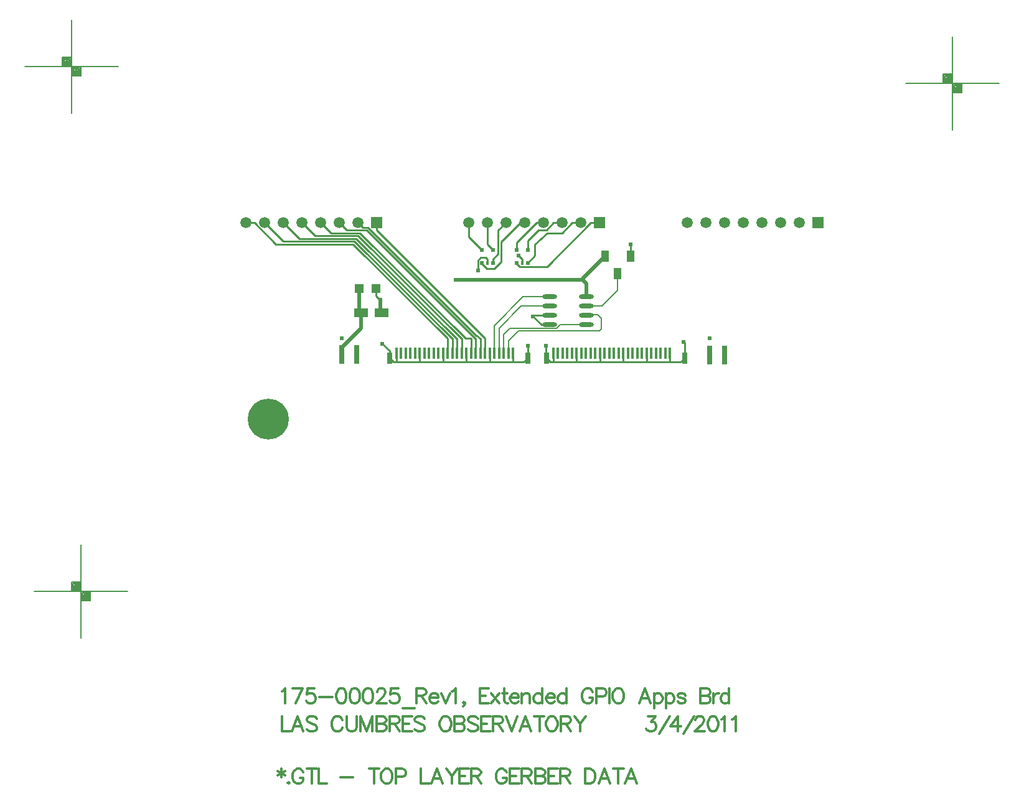
<source format=gtl>
%FSLAX23Y23*%
%MOIN*%
G70*
G01*
G75*
G04 Layer_Physical_Order=1*
G04 Layer_Color=255*
%ADD10R,0.020X0.020*%
%ADD11R,0.016X0.020*%
%ADD12O,0.079X0.024*%
%ADD13R,0.078X0.048*%
%ADD14R,0.050X0.050*%
%ADD15R,0.014X0.060*%
%ADD16R,0.030X0.100*%
%ADD17R,0.031X0.060*%
%ADD18R,0.039X0.063*%
%ADD19C,0.020*%
%ADD20C,0.010*%
%ADD21C,0.005*%
%ADD22C,0.012*%
%ADD23C,0.008*%
%ADD24C,0.012*%
%ADD25C,0.012*%
%ADD26R,0.059X0.059*%
%ADD27C,0.059*%
%ADD28C,0.219*%
%ADD29C,0.024*%
D10*
X22861Y16502D02*
D03*
X22921D02*
D03*
Y16431D02*
D03*
X22861D02*
D03*
X22674Y16502D02*
D03*
X22734D02*
D03*
Y16431D02*
D03*
X22674D02*
D03*
D11*
X22891D02*
D03*
X22704D02*
D03*
D12*
X23039Y16251D02*
D03*
Y16201D02*
D03*
Y16151D02*
D03*
Y16101D02*
D03*
X23236Y16251D02*
D03*
Y16201D02*
D03*
Y16151D02*
D03*
Y16101D02*
D03*
D13*
X22139Y16166D02*
D03*
X22029D02*
D03*
D14*
X22019Y16294D02*
D03*
X22109D02*
D03*
D15*
X22218Y15949D02*
D03*
X22243D02*
D03*
X22268D02*
D03*
X22293D02*
D03*
X22318D02*
D03*
X22343D02*
D03*
X22368D02*
D03*
X22393D02*
D03*
X22418D02*
D03*
X22443D02*
D03*
X22468D02*
D03*
X22493D02*
D03*
X22518D02*
D03*
X22543D02*
D03*
X22568D02*
D03*
X22593D02*
D03*
X22618D02*
D03*
X22643D02*
D03*
X22668D02*
D03*
X22693D02*
D03*
X22718D02*
D03*
X22743D02*
D03*
X22768D02*
D03*
X22793D02*
D03*
X22818D02*
D03*
X22843D02*
D03*
X23058Y15948D02*
D03*
X23083D02*
D03*
X23108D02*
D03*
X23133D02*
D03*
X23158D02*
D03*
X23183D02*
D03*
X23208D02*
D03*
X23233D02*
D03*
X23258D02*
D03*
X23283D02*
D03*
X23308D02*
D03*
X23333D02*
D03*
X23358D02*
D03*
X23383D02*
D03*
X23408D02*
D03*
X23433D02*
D03*
X23458D02*
D03*
X23483D02*
D03*
X23508D02*
D03*
X23533D02*
D03*
X23558D02*
D03*
X23583D02*
D03*
X23608D02*
D03*
X23633D02*
D03*
X23658D02*
D03*
X23683D02*
D03*
D16*
X21926Y15940D02*
D03*
X22005D02*
D03*
X23896Y15939D02*
D03*
X23975D02*
D03*
D17*
X23761Y15921D02*
D03*
X23021D02*
D03*
X22181D02*
D03*
X22921D02*
D03*
D18*
X23472Y16467D02*
D03*
X23403Y16376D02*
D03*
X23334Y16467D02*
D03*
D19*
X23216Y16343D02*
Y16349D01*
X23334Y16467D01*
X23236Y16251D02*
Y16323D01*
X23216Y16343D02*
X23236Y16323D01*
X22537Y16343D02*
X23216D01*
X22019Y16235D02*
Y16294D01*
Y16175D02*
Y16235D01*
Y16175D02*
X22029Y16166D01*
X22132Y16233D02*
X22133Y16235D01*
X22132Y16173D02*
Y16233D01*
Y16173D02*
X22139Y16166D01*
X21926Y15978D02*
X22029Y16081D01*
Y16166D01*
X21926Y15940D02*
Y15978D01*
D20*
X22109Y16256D02*
X22132Y16233D01*
X22109Y16256D02*
Y16294D01*
X23472Y16530D02*
X23472Y16530D01*
X23472Y16467D02*
Y16530D01*
X22996Y16101D02*
X23039D01*
X22950Y16146D02*
X22996Y16101D01*
X22950Y16146D02*
X22955Y16151D01*
X23039D01*
X22935Y16412D02*
X23024D01*
X23260Y16648D02*
X23304D01*
X23024Y16412D02*
X23260Y16648D01*
X22935Y16412D02*
X22935Y16412D01*
X22879Y16412D02*
X22935D01*
X22861Y16429D02*
X22879Y16412D01*
X22861Y16429D02*
Y16431D01*
X23160Y16648D02*
X23204D01*
X23106Y16593D02*
X23160Y16648D01*
X23024Y16593D02*
X23106D01*
X22960Y16530D02*
X23024Y16593D01*
X22960Y16471D02*
Y16530D01*
X22921Y16431D02*
X22960Y16471D01*
X22921Y16550D02*
X22979Y16608D01*
X23060Y16648D02*
X23104D01*
X23021Y16608D02*
X23060Y16648D01*
X22979Y16608D02*
X23021D01*
X22921Y16502D02*
Y16550D01*
X22861Y16540D02*
X22970Y16648D01*
X23004D01*
X22861Y16502D02*
Y16540D01*
X22871Y16471D02*
X22891Y16451D01*
Y16431D02*
Y16451D01*
X22655Y16392D02*
X22655Y16392D01*
X22655Y16392D02*
Y16445D01*
X22670Y16461D01*
X22694D01*
X22704Y16451D01*
Y16431D02*
Y16451D01*
X22778Y16545D02*
X22881Y16648D01*
X22778Y16437D02*
Y16545D01*
X22881Y16648D02*
X22904D01*
X22743Y16402D02*
X22778Y16437D01*
X22702Y16402D02*
X22743D01*
X22674Y16429D02*
X22702Y16402D01*
X22674Y16429D02*
Y16431D01*
X22763Y16607D02*
X22804Y16648D01*
X22763Y16481D02*
Y16607D01*
X22734Y16451D02*
X22763Y16481D01*
X22734Y16431D02*
Y16451D01*
X22704Y16531D02*
Y16648D01*
Y16531D02*
X22734Y16502D01*
X22604Y16572D02*
Y16648D01*
Y16572D02*
X22674Y16502D01*
X22181Y15921D02*
Y15961D01*
X22143Y15998D02*
X22181Y15961D01*
X23683Y15900D02*
Y15948D01*
X23558Y15900D02*
Y15948D01*
X23433Y15900D02*
Y15948D01*
X23308Y15900D02*
Y15948D01*
X23183Y15900D02*
Y15948D01*
X23683Y15900D02*
X23739D01*
X23558D02*
X23683D01*
X23433D02*
X23558D01*
X23308D02*
X23433D01*
X23183D02*
X23308D01*
X23058D02*
X23183D01*
X23042D02*
X23058D01*
Y15948D01*
X23019Y15923D02*
X23021Y15921D01*
X23042Y15900D01*
X23761Y15921D02*
Y16005D01*
X23757Y16008D02*
X23761Y16005D01*
X23019Y15923D02*
Y15989D01*
X23739Y15900D02*
X23761Y15921D01*
X22218Y15901D02*
Y15949D01*
X22343Y15901D02*
Y15949D01*
X22468Y15901D02*
Y15949D01*
X22593Y15901D02*
Y15949D01*
X22718Y15901D02*
Y15949D01*
X22842Y15900D02*
X22843Y15901D01*
X22842Y15900D02*
X22899D01*
X22202D02*
X22842D01*
X22843Y15901D02*
Y15949D01*
X22921Y15989D02*
X22921Y15988D01*
Y15921D02*
Y15988D01*
X22899Y15900D02*
X22921Y15921D01*
X22181D02*
X22202Y15900D01*
X22181Y15921D02*
X22181D01*
X22693Y15949D02*
Y16028D01*
X22668Y15949D02*
Y16028D01*
X22643Y15949D02*
Y16028D01*
X22493Y15949D02*
Y16028D01*
X22518Y15949D02*
Y16028D01*
X22543Y15949D02*
Y16028D01*
X22568Y15949D02*
Y16028D01*
X22618Y15949D02*
Y16028D01*
X21613Y16548D02*
X21993D01*
X22514Y16028D01*
X21572Y16533D02*
X21987D01*
X22493Y16028D01*
X21698Y16563D02*
X22003D01*
X22539Y16028D01*
X21783Y16578D02*
X22013D01*
X21868Y16593D02*
X22023D01*
X22113Y16607D02*
Y16648D01*
Y16607D02*
X22693Y16028D01*
X22649Y16043D02*
X22664Y16028D01*
X22668D01*
X22013Y16648D02*
X22038Y16623D01*
X22065D01*
X22645Y16043D01*
X22649D01*
X21458Y16648D02*
X21572Y16533D01*
X21513Y16648D02*
X21613Y16548D01*
X21613Y16648D02*
X21698Y16563D01*
X21713Y16648D02*
X21783Y16578D01*
X21813Y16648D02*
X21868Y16593D01*
X21913Y16648D02*
X21953Y16608D01*
X22058D01*
X22639Y16028D01*
X22643D01*
X22013Y16578D02*
X22564Y16028D01*
X22023Y16593D02*
X22589Y16028D01*
X22618D01*
X22564D02*
X22568D01*
X22539D02*
X22543D01*
X22514D02*
X22518D01*
X21413Y16648D02*
X21458D01*
D21*
X23320Y16201D02*
X23403Y16284D01*
Y16376D01*
X23236Y16201D02*
X23320D01*
X23236Y16151D02*
X23241Y16156D01*
X23295D01*
X23314Y16136D01*
Y16077D02*
Y16136D01*
X23304Y16067D02*
X23314Y16077D01*
X22871Y16067D02*
X23304D01*
X22818Y16014D02*
X22871Y16067D01*
X22818Y15949D02*
Y16014D01*
X22793Y16048D02*
X22826Y16081D01*
X23094Y16101D02*
X23236D01*
X23074Y16081D02*
X23094Y16101D01*
X22826Y16081D02*
X23074D01*
X22793Y15949D02*
Y16048D01*
X22768Y16082D02*
X22886Y16201D01*
X23039D01*
X22768Y15949D02*
Y16082D01*
X22743Y16096D02*
X22897Y16251D01*
X23039D01*
X22743Y15949D02*
Y16096D01*
D22*
X21602Y13720D02*
Y13675D01*
X21583Y13709D02*
X21621Y13686D01*
Y13709D02*
X21583Y13686D01*
X21641Y13648D02*
X21637Y13644D01*
X21641Y13640D01*
X21645Y13644D01*
X21641Y13648D01*
X21720Y13701D02*
X21716Y13709D01*
X21708Y13716D01*
X21701Y13720D01*
X21685D01*
X21678Y13716D01*
X21670Y13709D01*
X21666Y13701D01*
X21662Y13690D01*
Y13671D01*
X21666Y13659D01*
X21670Y13652D01*
X21678Y13644D01*
X21685Y13640D01*
X21701D01*
X21708Y13644D01*
X21716Y13652D01*
X21720Y13659D01*
Y13671D01*
X21701D02*
X21720D01*
X21765Y13720D02*
Y13640D01*
X21738Y13720D02*
X21791D01*
X21801D02*
Y13640D01*
X21846D01*
X21918Y13675D02*
X21987D01*
X22100Y13720D02*
Y13640D01*
X22073Y13720D02*
X22126D01*
X22159D02*
X22151Y13716D01*
X22144Y13709D01*
X22140Y13701D01*
X22136Y13690D01*
Y13671D01*
X22140Y13659D01*
X22144Y13652D01*
X22151Y13644D01*
X22159Y13640D01*
X22174D01*
X22182Y13644D01*
X22189Y13652D01*
X22193Y13659D01*
X22197Y13671D01*
Y13690D01*
X22193Y13701D01*
X22189Y13709D01*
X22182Y13716D01*
X22174Y13720D01*
X22159D01*
X22215Y13678D02*
X22250D01*
X22261Y13682D01*
X22265Y13686D01*
X22269Y13694D01*
Y13705D01*
X22265Y13713D01*
X22261Y13716D01*
X22250Y13720D01*
X22215D01*
Y13640D01*
X22350Y13720D02*
Y13640D01*
X22395D01*
X22465D02*
X22435Y13720D01*
X22404Y13640D01*
X22415Y13667D02*
X22454D01*
X22484Y13720D02*
X22514Y13682D01*
Y13640D01*
X22545Y13720D02*
X22514Y13682D01*
X22604Y13720D02*
X22555D01*
Y13640D01*
X22604D01*
X22555Y13682D02*
X22585D01*
X22618Y13720D02*
Y13640D01*
Y13720D02*
X22652D01*
X22663Y13716D01*
X22667Y13713D01*
X22671Y13705D01*
Y13697D01*
X22667Y13690D01*
X22663Y13686D01*
X22652Y13682D01*
X22618D01*
X22644D02*
X22671Y13640D01*
X22809Y13701D02*
X22805Y13709D01*
X22797Y13716D01*
X22790Y13720D01*
X22775D01*
X22767Y13716D01*
X22759Y13709D01*
X22756Y13701D01*
X22752Y13690D01*
Y13671D01*
X22756Y13659D01*
X22759Y13652D01*
X22767Y13644D01*
X22775Y13640D01*
X22790D01*
X22797Y13644D01*
X22805Y13652D01*
X22809Y13659D01*
Y13671D01*
X22790D02*
X22809D01*
X22877Y13720D02*
X22827D01*
Y13640D01*
X22877D01*
X22827Y13682D02*
X22858D01*
X22890Y13720D02*
Y13640D01*
Y13720D02*
X22924D01*
X22936Y13716D01*
X22940Y13713D01*
X22943Y13705D01*
Y13697D01*
X22940Y13690D01*
X22936Y13686D01*
X22924Y13682D01*
X22890D01*
X22917D02*
X22943Y13640D01*
X22961Y13720D02*
Y13640D01*
Y13720D02*
X22996D01*
X23007Y13716D01*
X23011Y13713D01*
X23015Y13705D01*
Y13697D01*
X23011Y13690D01*
X23007Y13686D01*
X22996Y13682D01*
X22961D02*
X22996D01*
X23007Y13678D01*
X23011Y13675D01*
X23015Y13667D01*
Y13656D01*
X23011Y13648D01*
X23007Y13644D01*
X22996Y13640D01*
X22961D01*
X23082Y13720D02*
X23032D01*
Y13640D01*
X23082D01*
X23032Y13682D02*
X23063D01*
X23095Y13720D02*
Y13640D01*
Y13720D02*
X23130D01*
X23141Y13716D01*
X23145Y13713D01*
X23149Y13705D01*
Y13697D01*
X23145Y13690D01*
X23141Y13686D01*
X23130Y13682D01*
X23095D01*
X23122D02*
X23149Y13640D01*
X23229Y13720D02*
Y13640D01*
Y13720D02*
X23256D01*
X23267Y13716D01*
X23275Y13709D01*
X23279Y13701D01*
X23283Y13690D01*
Y13671D01*
X23279Y13659D01*
X23275Y13652D01*
X23267Y13644D01*
X23256Y13640D01*
X23229D01*
X23362D02*
X23331Y13720D01*
X23301Y13640D01*
X23312Y13667D02*
X23350D01*
X23407Y13720D02*
Y13640D01*
X23380Y13720D02*
X23434D01*
X23504Y13640D02*
X23474Y13720D01*
X23443Y13640D01*
X23454Y13667D02*
X23493D01*
D23*
X24944Y17396D02*
X25444D01*
X25194Y17146D02*
Y17646D01*
X25144Y17396D02*
Y17446D01*
X25194D01*
X25244Y17346D02*
Y17396D01*
X25194Y17346D02*
X25244D01*
X25199Y17391D02*
X25239D01*
Y17351D02*
Y17391D01*
X25199Y17351D02*
X25239D01*
X25199D02*
Y17391D01*
X25204Y17386D02*
X25234D01*
Y17356D02*
Y17386D01*
X25204Y17356D02*
X25234D01*
X25204D02*
Y17381D01*
X25209D02*
X25229D01*
Y17361D02*
Y17381D01*
X25209Y17361D02*
X25229D01*
X25209D02*
Y17376D01*
X25214D02*
X25224D01*
Y17366D02*
Y17376D01*
X25214Y17366D02*
X25224D01*
X25214D02*
Y17376D01*
Y17371D02*
X25224D01*
X25149Y17441D02*
X25189D01*
Y17401D02*
Y17441D01*
X25149Y17401D02*
X25189D01*
X25149D02*
Y17441D01*
X25154Y17436D02*
X25184D01*
Y17406D02*
Y17436D01*
X25154Y17406D02*
X25184D01*
X25154D02*
Y17431D01*
X25159D02*
X25179D01*
Y17411D02*
Y17431D01*
X25159Y17411D02*
X25179D01*
X25159D02*
Y17426D01*
X25164D02*
X25174D01*
Y17416D02*
Y17426D01*
X25164Y17416D02*
X25174D01*
X25164D02*
Y17426D01*
Y17421D02*
X25174D01*
X20279Y14670D02*
X20779D01*
X20529Y14420D02*
Y14920D01*
X20479Y14670D02*
Y14720D01*
X20529D01*
X20579Y14620D02*
Y14670D01*
X20529Y14620D02*
X20579D01*
X20534Y14665D02*
X20574D01*
Y14625D02*
Y14665D01*
X20534Y14625D02*
X20574D01*
X20534D02*
Y14665D01*
X20539Y14660D02*
X20569D01*
Y14630D02*
Y14660D01*
X20539Y14630D02*
X20569D01*
X20539D02*
Y14655D01*
X20544D02*
X20564D01*
Y14635D02*
Y14655D01*
X20544Y14635D02*
X20564D01*
X20544D02*
Y14650D01*
X20549D02*
X20559D01*
Y14640D02*
Y14650D01*
X20549Y14640D02*
X20559D01*
X20549D02*
Y14650D01*
Y14645D02*
X20559D01*
X20484Y14715D02*
X20524D01*
Y14675D02*
Y14715D01*
X20484Y14675D02*
X20524D01*
X20484D02*
Y14715D01*
X20489Y14710D02*
X20519D01*
Y14680D02*
Y14710D01*
X20489Y14680D02*
X20519D01*
X20489D02*
Y14705D01*
X20494D02*
X20514D01*
Y14685D02*
Y14705D01*
X20494Y14685D02*
X20514D01*
X20494D02*
Y14700D01*
X20499D02*
X20509D01*
Y14690D02*
Y14700D01*
X20499Y14690D02*
X20509D01*
X20499D02*
Y14700D01*
Y14695D02*
X20509D01*
X20230Y17485D02*
X20730D01*
X20480Y17235D02*
Y17735D01*
X20430Y17485D02*
Y17535D01*
X20480D01*
X20530Y17435D02*
Y17485D01*
X20480Y17435D02*
X20530D01*
X20485Y17480D02*
X20525D01*
Y17440D02*
Y17480D01*
X20485Y17440D02*
X20525D01*
X20485D02*
Y17480D01*
X20490Y17475D02*
X20520D01*
Y17445D02*
Y17475D01*
X20490Y17445D02*
X20520D01*
X20490D02*
Y17470D01*
X20495D02*
X20515D01*
Y17450D02*
Y17470D01*
X20495Y17450D02*
X20515D01*
X20495D02*
Y17465D01*
X20500D02*
X20510D01*
Y17455D02*
Y17465D01*
X20500Y17455D02*
X20510D01*
X20500D02*
Y17465D01*
Y17460D02*
X20510D01*
X20435Y17530D02*
X20475D01*
Y17490D02*
Y17530D01*
X20435Y17490D02*
X20475D01*
X20435D02*
Y17530D01*
X20440Y17525D02*
X20470D01*
Y17495D02*
Y17525D01*
X20440Y17495D02*
X20470D01*
X20440D02*
Y17520D01*
X20445D02*
X20465D01*
Y17500D02*
Y17520D01*
X20445Y17500D02*
X20465D01*
X20445D02*
Y17515D01*
X20450D02*
X20460D01*
Y17505D02*
Y17515D01*
X20450Y17505D02*
X20460D01*
X20450D02*
Y17515D01*
Y17510D02*
X20460D01*
D24*
X21604Y14136D02*
X21612Y14139D01*
X21623Y14151D01*
Y14071D01*
X21716Y14151D02*
X21678Y14071D01*
X21663Y14151D02*
X21716D01*
X21779D02*
X21741D01*
X21738Y14117D01*
X21741Y14120D01*
X21753Y14124D01*
X21764D01*
X21776Y14120D01*
X21783Y14113D01*
X21787Y14101D01*
Y14094D01*
X21783Y14082D01*
X21776Y14075D01*
X21764Y14071D01*
X21753D01*
X21741Y14075D01*
X21738Y14079D01*
X21734Y14086D01*
X21805Y14105D02*
X21874D01*
X21920Y14151D02*
X21909Y14147D01*
X21901Y14136D01*
X21897Y14117D01*
Y14105D01*
X21901Y14086D01*
X21909Y14075D01*
X21920Y14071D01*
X21928D01*
X21939Y14075D01*
X21947Y14086D01*
X21950Y14105D01*
Y14117D01*
X21947Y14136D01*
X21939Y14147D01*
X21928Y14151D01*
X21920D01*
X21991D02*
X21980Y14147D01*
X21972Y14136D01*
X21968Y14117D01*
Y14105D01*
X21972Y14086D01*
X21980Y14075D01*
X21991Y14071D01*
X21999D01*
X22010Y14075D01*
X22018Y14086D01*
X22022Y14105D01*
Y14117D01*
X22018Y14136D01*
X22010Y14147D01*
X21999Y14151D01*
X21991D01*
X22062D02*
X22051Y14147D01*
X22043Y14136D01*
X22040Y14117D01*
Y14105D01*
X22043Y14086D01*
X22051Y14075D01*
X22062Y14071D01*
X22070D01*
X22082Y14075D01*
X22089Y14086D01*
X22093Y14105D01*
Y14117D01*
X22089Y14136D01*
X22082Y14147D01*
X22070Y14151D01*
X22062D01*
X22115Y14132D02*
Y14136D01*
X22118Y14143D01*
X22122Y14147D01*
X22130Y14151D01*
X22145D01*
X22153Y14147D01*
X22157Y14143D01*
X22160Y14136D01*
Y14128D01*
X22157Y14120D01*
X22149Y14109D01*
X22111Y14071D01*
X22164D01*
X22228Y14151D02*
X22190D01*
X22186Y14117D01*
X22190Y14120D01*
X22201Y14124D01*
X22213D01*
X22224Y14120D01*
X22232Y14113D01*
X22235Y14101D01*
Y14094D01*
X22232Y14082D01*
X22224Y14075D01*
X22213Y14071D01*
X22201D01*
X22190Y14075D01*
X22186Y14079D01*
X22182Y14086D01*
X22253Y14044D02*
X22314D01*
X22325Y14151D02*
Y14071D01*
Y14151D02*
X22359D01*
X22370Y14147D01*
X22374Y14143D01*
X22378Y14136D01*
Y14128D01*
X22374Y14120D01*
X22370Y14117D01*
X22359Y14113D01*
X22325D01*
X22351D02*
X22378Y14071D01*
X22396Y14101D02*
X22441D01*
Y14109D01*
X22438Y14117D01*
X22434Y14120D01*
X22426Y14124D01*
X22415D01*
X22407Y14120D01*
X22400Y14113D01*
X22396Y14101D01*
Y14094D01*
X22400Y14082D01*
X22407Y14075D01*
X22415Y14071D01*
X22426D01*
X22434Y14075D01*
X22441Y14082D01*
X22459Y14124D02*
X22481Y14071D01*
X22504Y14124D02*
X22481Y14071D01*
X22517Y14136D02*
X22525Y14139D01*
X22536Y14151D01*
Y14071D01*
X22584Y14075D02*
X22580Y14071D01*
X22576Y14075D01*
X22580Y14079D01*
X22584Y14075D01*
Y14067D01*
X22580Y14059D01*
X22576Y14056D01*
X22713Y14151D02*
X22664D01*
Y14071D01*
X22713D01*
X22664Y14113D02*
X22694D01*
X22727Y14124D02*
X22769Y14071D01*
Y14124D02*
X22727Y14071D01*
X22797Y14151D02*
Y14086D01*
X22801Y14075D01*
X22808Y14071D01*
X22816D01*
X22785Y14124D02*
X22812D01*
X22827Y14101D02*
X22873D01*
Y14109D01*
X22869Y14117D01*
X22865Y14120D01*
X22858Y14124D01*
X22846D01*
X22839Y14120D01*
X22831Y14113D01*
X22827Y14101D01*
Y14094D01*
X22831Y14082D01*
X22839Y14075D01*
X22846Y14071D01*
X22858D01*
X22865Y14075D01*
X22873Y14082D01*
X22890Y14124D02*
Y14071D01*
Y14109D02*
X22902Y14120D01*
X22909Y14124D01*
X22921D01*
X22928Y14120D01*
X22932Y14109D01*
Y14071D01*
X22999Y14151D02*
Y14071D01*
Y14113D02*
X22991Y14120D01*
X22983Y14124D01*
X22972D01*
X22964Y14120D01*
X22957Y14113D01*
X22953Y14101D01*
Y14094D01*
X22957Y14082D01*
X22964Y14075D01*
X22972Y14071D01*
X22983D01*
X22991Y14075D01*
X22999Y14082D01*
X23020Y14101D02*
X23066D01*
Y14109D01*
X23062Y14117D01*
X23058Y14120D01*
X23050Y14124D01*
X23039D01*
X23031Y14120D01*
X23024Y14113D01*
X23020Y14101D01*
Y14094D01*
X23024Y14082D01*
X23031Y14075D01*
X23039Y14071D01*
X23050D01*
X23058Y14075D01*
X23066Y14082D01*
X23129Y14151D02*
Y14071D01*
Y14113D02*
X23121Y14120D01*
X23113Y14124D01*
X23102D01*
X23094Y14120D01*
X23087Y14113D01*
X23083Y14101D01*
Y14094D01*
X23087Y14082D01*
X23094Y14075D01*
X23102Y14071D01*
X23113D01*
X23121Y14075D01*
X23129Y14082D01*
X23270Y14132D02*
X23266Y14139D01*
X23258Y14147D01*
X23251Y14151D01*
X23236D01*
X23228Y14147D01*
X23220Y14139D01*
X23217Y14132D01*
X23213Y14120D01*
Y14101D01*
X23217Y14090D01*
X23220Y14082D01*
X23228Y14075D01*
X23236Y14071D01*
X23251D01*
X23258Y14075D01*
X23266Y14082D01*
X23270Y14090D01*
Y14101D01*
X23251D02*
X23270D01*
X23288Y14109D02*
X23322D01*
X23334Y14113D01*
X23338Y14117D01*
X23341Y14124D01*
Y14136D01*
X23338Y14143D01*
X23334Y14147D01*
X23322Y14151D01*
X23288D01*
Y14071D01*
X23359Y14151D02*
Y14071D01*
X23399Y14151D02*
X23391Y14147D01*
X23384Y14139D01*
X23380Y14132D01*
X23376Y14120D01*
Y14101D01*
X23380Y14090D01*
X23384Y14082D01*
X23391Y14075D01*
X23399Y14071D01*
X23414D01*
X23422Y14075D01*
X23429Y14082D01*
X23433Y14090D01*
X23437Y14101D01*
Y14120D01*
X23433Y14132D01*
X23429Y14139D01*
X23422Y14147D01*
X23414Y14151D01*
X23399D01*
X23579Y14071D02*
X23549Y14151D01*
X23519Y14071D01*
X23530Y14098D02*
X23568D01*
X23598Y14124D02*
Y14044D01*
Y14113D02*
X23606Y14120D01*
X23613Y14124D01*
X23625D01*
X23632Y14120D01*
X23640Y14113D01*
X23644Y14101D01*
Y14094D01*
X23640Y14082D01*
X23632Y14075D01*
X23625Y14071D01*
X23613D01*
X23606Y14075D01*
X23598Y14082D01*
X23661Y14124D02*
Y14044D01*
Y14113D02*
X23669Y14120D01*
X23676Y14124D01*
X23688D01*
X23695Y14120D01*
X23703Y14113D01*
X23707Y14101D01*
Y14094D01*
X23703Y14082D01*
X23695Y14075D01*
X23688Y14071D01*
X23676D01*
X23669Y14075D01*
X23661Y14082D01*
X23766Y14113D02*
X23762Y14120D01*
X23750Y14124D01*
X23739D01*
X23728Y14120D01*
X23724Y14113D01*
X23728Y14105D01*
X23735Y14101D01*
X23754Y14098D01*
X23762Y14094D01*
X23766Y14086D01*
Y14082D01*
X23762Y14075D01*
X23750Y14071D01*
X23739D01*
X23728Y14075D01*
X23724Y14082D01*
X23845Y14151D02*
Y14071D01*
Y14151D02*
X23880D01*
X23891Y14147D01*
X23895Y14143D01*
X23899Y14136D01*
Y14128D01*
X23895Y14120D01*
X23891Y14117D01*
X23880Y14113D01*
X23845D02*
X23880D01*
X23891Y14109D01*
X23895Y14105D01*
X23899Y14098D01*
Y14086D01*
X23895Y14079D01*
X23891Y14075D01*
X23880Y14071D01*
X23845D01*
X23917Y14124D02*
Y14071D01*
Y14101D02*
X23920Y14113D01*
X23928Y14120D01*
X23936Y14124D01*
X23947D01*
X24000Y14151D02*
Y14071D01*
Y14113D02*
X23992Y14120D01*
X23985Y14124D01*
X23973D01*
X23966Y14120D01*
X23958Y14113D01*
X23954Y14101D01*
Y14094D01*
X23958Y14082D01*
X23966Y14075D01*
X23973Y14071D01*
X23985D01*
X23992Y14075D01*
X24000Y14082D01*
D25*
X21604Y14001D02*
Y13921D01*
X21650D01*
X21719D02*
X21689Y14001D01*
X21658Y13921D01*
X21670Y13948D02*
X21708D01*
X21791Y13989D02*
X21784Y13997D01*
X21772Y14001D01*
X21757D01*
X21746Y13997D01*
X21738Y13989D01*
Y13982D01*
X21742Y13974D01*
X21746Y13970D01*
X21753Y13967D01*
X21776Y13959D01*
X21784Y13955D01*
X21787Y13951D01*
X21791Y13944D01*
Y13932D01*
X21784Y13925D01*
X21772Y13921D01*
X21757D01*
X21746Y13925D01*
X21738Y13932D01*
X21929Y13982D02*
X21925Y13989D01*
X21918Y13997D01*
X21910Y14001D01*
X21895D01*
X21887Y13997D01*
X21880Y13989D01*
X21876Y13982D01*
X21872Y13970D01*
Y13951D01*
X21876Y13940D01*
X21880Y13932D01*
X21887Y13925D01*
X21895Y13921D01*
X21910D01*
X21918Y13925D01*
X21925Y13932D01*
X21929Y13940D01*
X21952Y14001D02*
Y13944D01*
X21955Y13932D01*
X21963Y13925D01*
X21974Y13921D01*
X21982D01*
X21994Y13925D01*
X22001Y13932D01*
X22005Y13944D01*
Y14001D01*
X22027D02*
Y13921D01*
Y14001D02*
X22058Y13921D01*
X22088Y14001D02*
X22058Y13921D01*
X22088Y14001D02*
Y13921D01*
X22111Y14001D02*
Y13921D01*
Y14001D02*
X22145D01*
X22157Y13997D01*
X22160Y13993D01*
X22164Y13986D01*
Y13978D01*
X22160Y13970D01*
X22157Y13967D01*
X22145Y13963D01*
X22111D02*
X22145D01*
X22157Y13959D01*
X22160Y13955D01*
X22164Y13948D01*
Y13936D01*
X22160Y13928D01*
X22157Y13925D01*
X22145Y13921D01*
X22111D01*
X22182Y14001D02*
Y13921D01*
Y14001D02*
X22216D01*
X22228Y13997D01*
X22232Y13993D01*
X22235Y13986D01*
Y13978D01*
X22232Y13970D01*
X22228Y13967D01*
X22216Y13963D01*
X22182D01*
X22209D02*
X22235Y13921D01*
X22303Y14001D02*
X22253D01*
Y13921D01*
X22303D01*
X22253Y13963D02*
X22284D01*
X22369Y13989D02*
X22362Y13997D01*
X22350Y14001D01*
X22335D01*
X22324Y13997D01*
X22316Y13989D01*
Y13982D01*
X22320Y13974D01*
X22324Y13970D01*
X22331Y13967D01*
X22354Y13959D01*
X22362Y13955D01*
X22366Y13951D01*
X22369Y13944D01*
Y13932D01*
X22362Y13925D01*
X22350Y13921D01*
X22335D01*
X22324Y13925D01*
X22316Y13932D01*
X22473Y14001D02*
X22465Y13997D01*
X22458Y13989D01*
X22454Y13982D01*
X22450Y13970D01*
Y13951D01*
X22454Y13940D01*
X22458Y13932D01*
X22465Y13925D01*
X22473Y13921D01*
X22488D01*
X22496Y13925D01*
X22504Y13932D01*
X22507Y13940D01*
X22511Y13951D01*
Y13970D01*
X22507Y13982D01*
X22504Y13989D01*
X22496Y13997D01*
X22488Y14001D01*
X22473D01*
X22530D02*
Y13921D01*
Y14001D02*
X22564D01*
X22576Y13997D01*
X22579Y13993D01*
X22583Y13986D01*
Y13978D01*
X22579Y13970D01*
X22576Y13967D01*
X22564Y13963D01*
X22530D02*
X22564D01*
X22576Y13959D01*
X22579Y13955D01*
X22583Y13948D01*
Y13936D01*
X22579Y13928D01*
X22576Y13925D01*
X22564Y13921D01*
X22530D01*
X22654Y13989D02*
X22647Y13997D01*
X22635Y14001D01*
X22620D01*
X22609Y13997D01*
X22601Y13989D01*
Y13982D01*
X22605Y13974D01*
X22609Y13970D01*
X22616Y13967D01*
X22639Y13959D01*
X22647Y13955D01*
X22651Y13951D01*
X22654Y13944D01*
Y13932D01*
X22647Y13925D01*
X22635Y13921D01*
X22620D01*
X22609Y13925D01*
X22601Y13932D01*
X22722Y14001D02*
X22672D01*
Y13921D01*
X22722D01*
X22672Y13963D02*
X22703D01*
X22735Y14001D02*
Y13921D01*
Y14001D02*
X22769D01*
X22781Y13997D01*
X22785Y13993D01*
X22788Y13986D01*
Y13978D01*
X22785Y13970D01*
X22781Y13967D01*
X22769Y13963D01*
X22735D01*
X22762D02*
X22788Y13921D01*
X22806Y14001D02*
X22837Y13921D01*
X22867Y14001D02*
X22837Y13921D01*
X22938D02*
X22908Y14001D01*
X22878Y13921D01*
X22889Y13948D02*
X22927D01*
X22984Y14001D02*
Y13921D01*
X22957Y14001D02*
X23010D01*
X23043D02*
X23035Y13997D01*
X23028Y13989D01*
X23024Y13982D01*
X23020Y13970D01*
Y13951D01*
X23024Y13940D01*
X23028Y13932D01*
X23035Y13925D01*
X23043Y13921D01*
X23058D01*
X23066Y13925D01*
X23073Y13932D01*
X23077Y13940D01*
X23081Y13951D01*
Y13970D01*
X23077Y13982D01*
X23073Y13989D01*
X23066Y13997D01*
X23058Y14001D01*
X23043D01*
X23100D02*
Y13921D01*
Y14001D02*
X23134D01*
X23145Y13997D01*
X23149Y13993D01*
X23153Y13986D01*
Y13978D01*
X23149Y13970D01*
X23145Y13967D01*
X23134Y13963D01*
X23100D01*
X23126D02*
X23153Y13921D01*
X23171Y14001D02*
X23201Y13963D01*
Y13921D01*
X23232Y14001D02*
X23201Y13963D01*
X23564Y14001D02*
X23606D01*
X23583Y13970D01*
X23594D01*
X23602Y13967D01*
X23606Y13963D01*
X23610Y13951D01*
Y13944D01*
X23606Y13932D01*
X23598Y13925D01*
X23587Y13921D01*
X23575D01*
X23564Y13925D01*
X23560Y13928D01*
X23556Y13936D01*
X23627Y13909D02*
X23681Y14001D01*
X23724D02*
X23686Y13948D01*
X23743D01*
X23724Y14001D02*
Y13921D01*
X23757Y13909D02*
X23811Y14001D01*
X23820Y13982D02*
Y13986D01*
X23824Y13993D01*
X23827Y13997D01*
X23835Y14001D01*
X23850D01*
X23858Y13997D01*
X23862Y13993D01*
X23866Y13986D01*
Y13978D01*
X23862Y13970D01*
X23854Y13959D01*
X23816Y13921D01*
X23869D01*
X23910Y14001D02*
X23899Y13997D01*
X23891Y13986D01*
X23887Y13967D01*
Y13955D01*
X23891Y13936D01*
X23899Y13925D01*
X23910Y13921D01*
X23918D01*
X23929Y13925D01*
X23937Y13936D01*
X23941Y13955D01*
Y13967D01*
X23937Y13986D01*
X23929Y13997D01*
X23918Y14001D01*
X23910D01*
X23958Y13986D02*
X23966Y13989D01*
X23977Y14001D01*
Y13921D01*
X24017Y13986D02*
X24025Y13989D01*
X24036Y14001D01*
Y13921D01*
D26*
X24476Y16648D02*
D03*
X23304D02*
D03*
X22113D02*
D03*
D27*
X24376D02*
D03*
X24276D02*
D03*
X24176D02*
D03*
X24076D02*
D03*
X23976D02*
D03*
X23876D02*
D03*
X23776D02*
D03*
X23204D02*
D03*
X23104D02*
D03*
X23004D02*
D03*
X22904D02*
D03*
X22804D02*
D03*
X22704D02*
D03*
X22604D02*
D03*
X22013D02*
D03*
X21913D02*
D03*
X21813D02*
D03*
X21713D02*
D03*
X21613D02*
D03*
X21513D02*
D03*
X21413D02*
D03*
D28*
X21533Y15596D02*
D03*
D29*
X22537Y16343D02*
D03*
X22019Y16235D02*
D03*
X23472Y16530D02*
D03*
X22950Y16146D02*
D03*
X22871Y16471D02*
D03*
X22655Y16392D02*
D03*
X22133Y16235D02*
D03*
X22143Y15998D02*
D03*
X21926Y16028D02*
D03*
X23757Y16008D02*
D03*
X23895Y16028D02*
D03*
X23019Y15989D02*
D03*
X22921D02*
D03*
M02*

</source>
